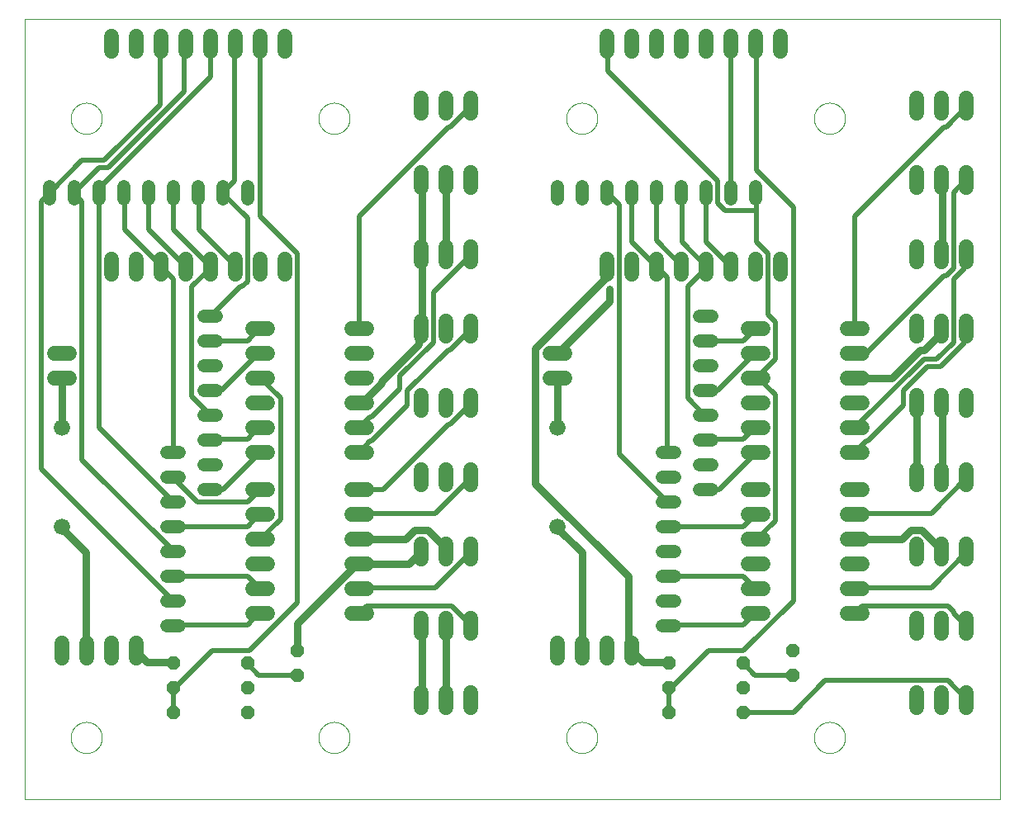
<source format=gtl>
G75*
%MOIN*%
%OFA0B0*%
%FSLAX25Y25*%
%IPPOS*%
%LPD*%
%AMOC8*
5,1,8,0,0,1.08239X$1,22.5*
%
%ADD10C,0.00000*%
%ADD11C,0.06600*%
%ADD12C,0.06000*%
%ADD13OC8,0.05200*%
%ADD14C,0.05200*%
%ADD15C,0.02000*%
%ADD16C,0.03000*%
%ADD17C,0.02381*%
D10*
X0001000Y0003000D02*
X0001000Y0317961D01*
X0394701Y0317961D01*
X0394701Y0003000D01*
X0001000Y0003000D01*
X0019701Y0028000D02*
X0019703Y0028158D01*
X0019709Y0028316D01*
X0019719Y0028474D01*
X0019733Y0028632D01*
X0019751Y0028789D01*
X0019772Y0028946D01*
X0019798Y0029102D01*
X0019828Y0029258D01*
X0019861Y0029413D01*
X0019899Y0029566D01*
X0019940Y0029719D01*
X0019985Y0029871D01*
X0020034Y0030022D01*
X0020087Y0030171D01*
X0020143Y0030319D01*
X0020203Y0030465D01*
X0020267Y0030610D01*
X0020335Y0030753D01*
X0020406Y0030895D01*
X0020480Y0031035D01*
X0020558Y0031172D01*
X0020640Y0031308D01*
X0020724Y0031442D01*
X0020813Y0031573D01*
X0020904Y0031702D01*
X0020999Y0031829D01*
X0021096Y0031954D01*
X0021197Y0032076D01*
X0021301Y0032195D01*
X0021408Y0032312D01*
X0021518Y0032426D01*
X0021631Y0032537D01*
X0021746Y0032646D01*
X0021864Y0032751D01*
X0021985Y0032853D01*
X0022108Y0032953D01*
X0022234Y0033049D01*
X0022362Y0033142D01*
X0022492Y0033232D01*
X0022625Y0033318D01*
X0022760Y0033402D01*
X0022896Y0033481D01*
X0023035Y0033558D01*
X0023176Y0033630D01*
X0023318Y0033700D01*
X0023462Y0033765D01*
X0023608Y0033827D01*
X0023755Y0033885D01*
X0023904Y0033940D01*
X0024054Y0033991D01*
X0024205Y0034038D01*
X0024357Y0034081D01*
X0024510Y0034120D01*
X0024665Y0034156D01*
X0024820Y0034187D01*
X0024976Y0034215D01*
X0025132Y0034239D01*
X0025289Y0034259D01*
X0025447Y0034275D01*
X0025604Y0034287D01*
X0025763Y0034295D01*
X0025921Y0034299D01*
X0026079Y0034299D01*
X0026237Y0034295D01*
X0026396Y0034287D01*
X0026553Y0034275D01*
X0026711Y0034259D01*
X0026868Y0034239D01*
X0027024Y0034215D01*
X0027180Y0034187D01*
X0027335Y0034156D01*
X0027490Y0034120D01*
X0027643Y0034081D01*
X0027795Y0034038D01*
X0027946Y0033991D01*
X0028096Y0033940D01*
X0028245Y0033885D01*
X0028392Y0033827D01*
X0028538Y0033765D01*
X0028682Y0033700D01*
X0028824Y0033630D01*
X0028965Y0033558D01*
X0029104Y0033481D01*
X0029240Y0033402D01*
X0029375Y0033318D01*
X0029508Y0033232D01*
X0029638Y0033142D01*
X0029766Y0033049D01*
X0029892Y0032953D01*
X0030015Y0032853D01*
X0030136Y0032751D01*
X0030254Y0032646D01*
X0030369Y0032537D01*
X0030482Y0032426D01*
X0030592Y0032312D01*
X0030699Y0032195D01*
X0030803Y0032076D01*
X0030904Y0031954D01*
X0031001Y0031829D01*
X0031096Y0031702D01*
X0031187Y0031573D01*
X0031276Y0031442D01*
X0031360Y0031308D01*
X0031442Y0031172D01*
X0031520Y0031035D01*
X0031594Y0030895D01*
X0031665Y0030753D01*
X0031733Y0030610D01*
X0031797Y0030465D01*
X0031857Y0030319D01*
X0031913Y0030171D01*
X0031966Y0030022D01*
X0032015Y0029871D01*
X0032060Y0029719D01*
X0032101Y0029566D01*
X0032139Y0029413D01*
X0032172Y0029258D01*
X0032202Y0029102D01*
X0032228Y0028946D01*
X0032249Y0028789D01*
X0032267Y0028632D01*
X0032281Y0028474D01*
X0032291Y0028316D01*
X0032297Y0028158D01*
X0032299Y0028000D01*
X0032297Y0027842D01*
X0032291Y0027684D01*
X0032281Y0027526D01*
X0032267Y0027368D01*
X0032249Y0027211D01*
X0032228Y0027054D01*
X0032202Y0026898D01*
X0032172Y0026742D01*
X0032139Y0026587D01*
X0032101Y0026434D01*
X0032060Y0026281D01*
X0032015Y0026129D01*
X0031966Y0025978D01*
X0031913Y0025829D01*
X0031857Y0025681D01*
X0031797Y0025535D01*
X0031733Y0025390D01*
X0031665Y0025247D01*
X0031594Y0025105D01*
X0031520Y0024965D01*
X0031442Y0024828D01*
X0031360Y0024692D01*
X0031276Y0024558D01*
X0031187Y0024427D01*
X0031096Y0024298D01*
X0031001Y0024171D01*
X0030904Y0024046D01*
X0030803Y0023924D01*
X0030699Y0023805D01*
X0030592Y0023688D01*
X0030482Y0023574D01*
X0030369Y0023463D01*
X0030254Y0023354D01*
X0030136Y0023249D01*
X0030015Y0023147D01*
X0029892Y0023047D01*
X0029766Y0022951D01*
X0029638Y0022858D01*
X0029508Y0022768D01*
X0029375Y0022682D01*
X0029240Y0022598D01*
X0029104Y0022519D01*
X0028965Y0022442D01*
X0028824Y0022370D01*
X0028682Y0022300D01*
X0028538Y0022235D01*
X0028392Y0022173D01*
X0028245Y0022115D01*
X0028096Y0022060D01*
X0027946Y0022009D01*
X0027795Y0021962D01*
X0027643Y0021919D01*
X0027490Y0021880D01*
X0027335Y0021844D01*
X0027180Y0021813D01*
X0027024Y0021785D01*
X0026868Y0021761D01*
X0026711Y0021741D01*
X0026553Y0021725D01*
X0026396Y0021713D01*
X0026237Y0021705D01*
X0026079Y0021701D01*
X0025921Y0021701D01*
X0025763Y0021705D01*
X0025604Y0021713D01*
X0025447Y0021725D01*
X0025289Y0021741D01*
X0025132Y0021761D01*
X0024976Y0021785D01*
X0024820Y0021813D01*
X0024665Y0021844D01*
X0024510Y0021880D01*
X0024357Y0021919D01*
X0024205Y0021962D01*
X0024054Y0022009D01*
X0023904Y0022060D01*
X0023755Y0022115D01*
X0023608Y0022173D01*
X0023462Y0022235D01*
X0023318Y0022300D01*
X0023176Y0022370D01*
X0023035Y0022442D01*
X0022896Y0022519D01*
X0022760Y0022598D01*
X0022625Y0022682D01*
X0022492Y0022768D01*
X0022362Y0022858D01*
X0022234Y0022951D01*
X0022108Y0023047D01*
X0021985Y0023147D01*
X0021864Y0023249D01*
X0021746Y0023354D01*
X0021631Y0023463D01*
X0021518Y0023574D01*
X0021408Y0023688D01*
X0021301Y0023805D01*
X0021197Y0023924D01*
X0021096Y0024046D01*
X0020999Y0024171D01*
X0020904Y0024298D01*
X0020813Y0024427D01*
X0020724Y0024558D01*
X0020640Y0024692D01*
X0020558Y0024828D01*
X0020480Y0024965D01*
X0020406Y0025105D01*
X0020335Y0025247D01*
X0020267Y0025390D01*
X0020203Y0025535D01*
X0020143Y0025681D01*
X0020087Y0025829D01*
X0020034Y0025978D01*
X0019985Y0026129D01*
X0019940Y0026281D01*
X0019899Y0026434D01*
X0019861Y0026587D01*
X0019828Y0026742D01*
X0019798Y0026898D01*
X0019772Y0027054D01*
X0019751Y0027211D01*
X0019733Y0027368D01*
X0019719Y0027526D01*
X0019709Y0027684D01*
X0019703Y0027842D01*
X0019701Y0028000D01*
X0119701Y0028000D02*
X0119703Y0028158D01*
X0119709Y0028316D01*
X0119719Y0028474D01*
X0119733Y0028632D01*
X0119751Y0028789D01*
X0119772Y0028946D01*
X0119798Y0029102D01*
X0119828Y0029258D01*
X0119861Y0029413D01*
X0119899Y0029566D01*
X0119940Y0029719D01*
X0119985Y0029871D01*
X0120034Y0030022D01*
X0120087Y0030171D01*
X0120143Y0030319D01*
X0120203Y0030465D01*
X0120267Y0030610D01*
X0120335Y0030753D01*
X0120406Y0030895D01*
X0120480Y0031035D01*
X0120558Y0031172D01*
X0120640Y0031308D01*
X0120724Y0031442D01*
X0120813Y0031573D01*
X0120904Y0031702D01*
X0120999Y0031829D01*
X0121096Y0031954D01*
X0121197Y0032076D01*
X0121301Y0032195D01*
X0121408Y0032312D01*
X0121518Y0032426D01*
X0121631Y0032537D01*
X0121746Y0032646D01*
X0121864Y0032751D01*
X0121985Y0032853D01*
X0122108Y0032953D01*
X0122234Y0033049D01*
X0122362Y0033142D01*
X0122492Y0033232D01*
X0122625Y0033318D01*
X0122760Y0033402D01*
X0122896Y0033481D01*
X0123035Y0033558D01*
X0123176Y0033630D01*
X0123318Y0033700D01*
X0123462Y0033765D01*
X0123608Y0033827D01*
X0123755Y0033885D01*
X0123904Y0033940D01*
X0124054Y0033991D01*
X0124205Y0034038D01*
X0124357Y0034081D01*
X0124510Y0034120D01*
X0124665Y0034156D01*
X0124820Y0034187D01*
X0124976Y0034215D01*
X0125132Y0034239D01*
X0125289Y0034259D01*
X0125447Y0034275D01*
X0125604Y0034287D01*
X0125763Y0034295D01*
X0125921Y0034299D01*
X0126079Y0034299D01*
X0126237Y0034295D01*
X0126396Y0034287D01*
X0126553Y0034275D01*
X0126711Y0034259D01*
X0126868Y0034239D01*
X0127024Y0034215D01*
X0127180Y0034187D01*
X0127335Y0034156D01*
X0127490Y0034120D01*
X0127643Y0034081D01*
X0127795Y0034038D01*
X0127946Y0033991D01*
X0128096Y0033940D01*
X0128245Y0033885D01*
X0128392Y0033827D01*
X0128538Y0033765D01*
X0128682Y0033700D01*
X0128824Y0033630D01*
X0128965Y0033558D01*
X0129104Y0033481D01*
X0129240Y0033402D01*
X0129375Y0033318D01*
X0129508Y0033232D01*
X0129638Y0033142D01*
X0129766Y0033049D01*
X0129892Y0032953D01*
X0130015Y0032853D01*
X0130136Y0032751D01*
X0130254Y0032646D01*
X0130369Y0032537D01*
X0130482Y0032426D01*
X0130592Y0032312D01*
X0130699Y0032195D01*
X0130803Y0032076D01*
X0130904Y0031954D01*
X0131001Y0031829D01*
X0131096Y0031702D01*
X0131187Y0031573D01*
X0131276Y0031442D01*
X0131360Y0031308D01*
X0131442Y0031172D01*
X0131520Y0031035D01*
X0131594Y0030895D01*
X0131665Y0030753D01*
X0131733Y0030610D01*
X0131797Y0030465D01*
X0131857Y0030319D01*
X0131913Y0030171D01*
X0131966Y0030022D01*
X0132015Y0029871D01*
X0132060Y0029719D01*
X0132101Y0029566D01*
X0132139Y0029413D01*
X0132172Y0029258D01*
X0132202Y0029102D01*
X0132228Y0028946D01*
X0132249Y0028789D01*
X0132267Y0028632D01*
X0132281Y0028474D01*
X0132291Y0028316D01*
X0132297Y0028158D01*
X0132299Y0028000D01*
X0132297Y0027842D01*
X0132291Y0027684D01*
X0132281Y0027526D01*
X0132267Y0027368D01*
X0132249Y0027211D01*
X0132228Y0027054D01*
X0132202Y0026898D01*
X0132172Y0026742D01*
X0132139Y0026587D01*
X0132101Y0026434D01*
X0132060Y0026281D01*
X0132015Y0026129D01*
X0131966Y0025978D01*
X0131913Y0025829D01*
X0131857Y0025681D01*
X0131797Y0025535D01*
X0131733Y0025390D01*
X0131665Y0025247D01*
X0131594Y0025105D01*
X0131520Y0024965D01*
X0131442Y0024828D01*
X0131360Y0024692D01*
X0131276Y0024558D01*
X0131187Y0024427D01*
X0131096Y0024298D01*
X0131001Y0024171D01*
X0130904Y0024046D01*
X0130803Y0023924D01*
X0130699Y0023805D01*
X0130592Y0023688D01*
X0130482Y0023574D01*
X0130369Y0023463D01*
X0130254Y0023354D01*
X0130136Y0023249D01*
X0130015Y0023147D01*
X0129892Y0023047D01*
X0129766Y0022951D01*
X0129638Y0022858D01*
X0129508Y0022768D01*
X0129375Y0022682D01*
X0129240Y0022598D01*
X0129104Y0022519D01*
X0128965Y0022442D01*
X0128824Y0022370D01*
X0128682Y0022300D01*
X0128538Y0022235D01*
X0128392Y0022173D01*
X0128245Y0022115D01*
X0128096Y0022060D01*
X0127946Y0022009D01*
X0127795Y0021962D01*
X0127643Y0021919D01*
X0127490Y0021880D01*
X0127335Y0021844D01*
X0127180Y0021813D01*
X0127024Y0021785D01*
X0126868Y0021761D01*
X0126711Y0021741D01*
X0126553Y0021725D01*
X0126396Y0021713D01*
X0126237Y0021705D01*
X0126079Y0021701D01*
X0125921Y0021701D01*
X0125763Y0021705D01*
X0125604Y0021713D01*
X0125447Y0021725D01*
X0125289Y0021741D01*
X0125132Y0021761D01*
X0124976Y0021785D01*
X0124820Y0021813D01*
X0124665Y0021844D01*
X0124510Y0021880D01*
X0124357Y0021919D01*
X0124205Y0021962D01*
X0124054Y0022009D01*
X0123904Y0022060D01*
X0123755Y0022115D01*
X0123608Y0022173D01*
X0123462Y0022235D01*
X0123318Y0022300D01*
X0123176Y0022370D01*
X0123035Y0022442D01*
X0122896Y0022519D01*
X0122760Y0022598D01*
X0122625Y0022682D01*
X0122492Y0022768D01*
X0122362Y0022858D01*
X0122234Y0022951D01*
X0122108Y0023047D01*
X0121985Y0023147D01*
X0121864Y0023249D01*
X0121746Y0023354D01*
X0121631Y0023463D01*
X0121518Y0023574D01*
X0121408Y0023688D01*
X0121301Y0023805D01*
X0121197Y0023924D01*
X0121096Y0024046D01*
X0120999Y0024171D01*
X0120904Y0024298D01*
X0120813Y0024427D01*
X0120724Y0024558D01*
X0120640Y0024692D01*
X0120558Y0024828D01*
X0120480Y0024965D01*
X0120406Y0025105D01*
X0120335Y0025247D01*
X0120267Y0025390D01*
X0120203Y0025535D01*
X0120143Y0025681D01*
X0120087Y0025829D01*
X0120034Y0025978D01*
X0119985Y0026129D01*
X0119940Y0026281D01*
X0119899Y0026434D01*
X0119861Y0026587D01*
X0119828Y0026742D01*
X0119798Y0026898D01*
X0119772Y0027054D01*
X0119751Y0027211D01*
X0119733Y0027368D01*
X0119719Y0027526D01*
X0119709Y0027684D01*
X0119703Y0027842D01*
X0119701Y0028000D01*
X0219701Y0028000D02*
X0219703Y0028158D01*
X0219709Y0028316D01*
X0219719Y0028474D01*
X0219733Y0028632D01*
X0219751Y0028789D01*
X0219772Y0028946D01*
X0219798Y0029102D01*
X0219828Y0029258D01*
X0219861Y0029413D01*
X0219899Y0029566D01*
X0219940Y0029719D01*
X0219985Y0029871D01*
X0220034Y0030022D01*
X0220087Y0030171D01*
X0220143Y0030319D01*
X0220203Y0030465D01*
X0220267Y0030610D01*
X0220335Y0030753D01*
X0220406Y0030895D01*
X0220480Y0031035D01*
X0220558Y0031172D01*
X0220640Y0031308D01*
X0220724Y0031442D01*
X0220813Y0031573D01*
X0220904Y0031702D01*
X0220999Y0031829D01*
X0221096Y0031954D01*
X0221197Y0032076D01*
X0221301Y0032195D01*
X0221408Y0032312D01*
X0221518Y0032426D01*
X0221631Y0032537D01*
X0221746Y0032646D01*
X0221864Y0032751D01*
X0221985Y0032853D01*
X0222108Y0032953D01*
X0222234Y0033049D01*
X0222362Y0033142D01*
X0222492Y0033232D01*
X0222625Y0033318D01*
X0222760Y0033402D01*
X0222896Y0033481D01*
X0223035Y0033558D01*
X0223176Y0033630D01*
X0223318Y0033700D01*
X0223462Y0033765D01*
X0223608Y0033827D01*
X0223755Y0033885D01*
X0223904Y0033940D01*
X0224054Y0033991D01*
X0224205Y0034038D01*
X0224357Y0034081D01*
X0224510Y0034120D01*
X0224665Y0034156D01*
X0224820Y0034187D01*
X0224976Y0034215D01*
X0225132Y0034239D01*
X0225289Y0034259D01*
X0225447Y0034275D01*
X0225604Y0034287D01*
X0225763Y0034295D01*
X0225921Y0034299D01*
X0226079Y0034299D01*
X0226237Y0034295D01*
X0226396Y0034287D01*
X0226553Y0034275D01*
X0226711Y0034259D01*
X0226868Y0034239D01*
X0227024Y0034215D01*
X0227180Y0034187D01*
X0227335Y0034156D01*
X0227490Y0034120D01*
X0227643Y0034081D01*
X0227795Y0034038D01*
X0227946Y0033991D01*
X0228096Y0033940D01*
X0228245Y0033885D01*
X0228392Y0033827D01*
X0228538Y0033765D01*
X0228682Y0033700D01*
X0228824Y0033630D01*
X0228965Y0033558D01*
X0229104Y0033481D01*
X0229240Y0033402D01*
X0229375Y0033318D01*
X0229508Y0033232D01*
X0229638Y0033142D01*
X0229766Y0033049D01*
X0229892Y0032953D01*
X0230015Y0032853D01*
X0230136Y0032751D01*
X0230254Y0032646D01*
X0230369Y0032537D01*
X0230482Y0032426D01*
X0230592Y0032312D01*
X0230699Y0032195D01*
X0230803Y0032076D01*
X0230904Y0031954D01*
X0231001Y0031829D01*
X0231096Y0031702D01*
X0231187Y0031573D01*
X0231276Y0031442D01*
X0231360Y0031308D01*
X0231442Y0031172D01*
X0231520Y0031035D01*
X0231594Y0030895D01*
X0231665Y0030753D01*
X0231733Y0030610D01*
X0231797Y0030465D01*
X0231857Y0030319D01*
X0231913Y0030171D01*
X0231966Y0030022D01*
X0232015Y0029871D01*
X0232060Y0029719D01*
X0232101Y0029566D01*
X0232139Y0029413D01*
X0232172Y0029258D01*
X0232202Y0029102D01*
X0232228Y0028946D01*
X0232249Y0028789D01*
X0232267Y0028632D01*
X0232281Y0028474D01*
X0232291Y0028316D01*
X0232297Y0028158D01*
X0232299Y0028000D01*
X0232297Y0027842D01*
X0232291Y0027684D01*
X0232281Y0027526D01*
X0232267Y0027368D01*
X0232249Y0027211D01*
X0232228Y0027054D01*
X0232202Y0026898D01*
X0232172Y0026742D01*
X0232139Y0026587D01*
X0232101Y0026434D01*
X0232060Y0026281D01*
X0232015Y0026129D01*
X0231966Y0025978D01*
X0231913Y0025829D01*
X0231857Y0025681D01*
X0231797Y0025535D01*
X0231733Y0025390D01*
X0231665Y0025247D01*
X0231594Y0025105D01*
X0231520Y0024965D01*
X0231442Y0024828D01*
X0231360Y0024692D01*
X0231276Y0024558D01*
X0231187Y0024427D01*
X0231096Y0024298D01*
X0231001Y0024171D01*
X0230904Y0024046D01*
X0230803Y0023924D01*
X0230699Y0023805D01*
X0230592Y0023688D01*
X0230482Y0023574D01*
X0230369Y0023463D01*
X0230254Y0023354D01*
X0230136Y0023249D01*
X0230015Y0023147D01*
X0229892Y0023047D01*
X0229766Y0022951D01*
X0229638Y0022858D01*
X0229508Y0022768D01*
X0229375Y0022682D01*
X0229240Y0022598D01*
X0229104Y0022519D01*
X0228965Y0022442D01*
X0228824Y0022370D01*
X0228682Y0022300D01*
X0228538Y0022235D01*
X0228392Y0022173D01*
X0228245Y0022115D01*
X0228096Y0022060D01*
X0227946Y0022009D01*
X0227795Y0021962D01*
X0227643Y0021919D01*
X0227490Y0021880D01*
X0227335Y0021844D01*
X0227180Y0021813D01*
X0227024Y0021785D01*
X0226868Y0021761D01*
X0226711Y0021741D01*
X0226553Y0021725D01*
X0226396Y0021713D01*
X0226237Y0021705D01*
X0226079Y0021701D01*
X0225921Y0021701D01*
X0225763Y0021705D01*
X0225604Y0021713D01*
X0225447Y0021725D01*
X0225289Y0021741D01*
X0225132Y0021761D01*
X0224976Y0021785D01*
X0224820Y0021813D01*
X0224665Y0021844D01*
X0224510Y0021880D01*
X0224357Y0021919D01*
X0224205Y0021962D01*
X0224054Y0022009D01*
X0223904Y0022060D01*
X0223755Y0022115D01*
X0223608Y0022173D01*
X0223462Y0022235D01*
X0223318Y0022300D01*
X0223176Y0022370D01*
X0223035Y0022442D01*
X0222896Y0022519D01*
X0222760Y0022598D01*
X0222625Y0022682D01*
X0222492Y0022768D01*
X0222362Y0022858D01*
X0222234Y0022951D01*
X0222108Y0023047D01*
X0221985Y0023147D01*
X0221864Y0023249D01*
X0221746Y0023354D01*
X0221631Y0023463D01*
X0221518Y0023574D01*
X0221408Y0023688D01*
X0221301Y0023805D01*
X0221197Y0023924D01*
X0221096Y0024046D01*
X0220999Y0024171D01*
X0220904Y0024298D01*
X0220813Y0024427D01*
X0220724Y0024558D01*
X0220640Y0024692D01*
X0220558Y0024828D01*
X0220480Y0024965D01*
X0220406Y0025105D01*
X0220335Y0025247D01*
X0220267Y0025390D01*
X0220203Y0025535D01*
X0220143Y0025681D01*
X0220087Y0025829D01*
X0220034Y0025978D01*
X0219985Y0026129D01*
X0219940Y0026281D01*
X0219899Y0026434D01*
X0219861Y0026587D01*
X0219828Y0026742D01*
X0219798Y0026898D01*
X0219772Y0027054D01*
X0219751Y0027211D01*
X0219733Y0027368D01*
X0219719Y0027526D01*
X0219709Y0027684D01*
X0219703Y0027842D01*
X0219701Y0028000D01*
X0319701Y0028000D02*
X0319703Y0028158D01*
X0319709Y0028316D01*
X0319719Y0028474D01*
X0319733Y0028632D01*
X0319751Y0028789D01*
X0319772Y0028946D01*
X0319798Y0029102D01*
X0319828Y0029258D01*
X0319861Y0029413D01*
X0319899Y0029566D01*
X0319940Y0029719D01*
X0319985Y0029871D01*
X0320034Y0030022D01*
X0320087Y0030171D01*
X0320143Y0030319D01*
X0320203Y0030465D01*
X0320267Y0030610D01*
X0320335Y0030753D01*
X0320406Y0030895D01*
X0320480Y0031035D01*
X0320558Y0031172D01*
X0320640Y0031308D01*
X0320724Y0031442D01*
X0320813Y0031573D01*
X0320904Y0031702D01*
X0320999Y0031829D01*
X0321096Y0031954D01*
X0321197Y0032076D01*
X0321301Y0032195D01*
X0321408Y0032312D01*
X0321518Y0032426D01*
X0321631Y0032537D01*
X0321746Y0032646D01*
X0321864Y0032751D01*
X0321985Y0032853D01*
X0322108Y0032953D01*
X0322234Y0033049D01*
X0322362Y0033142D01*
X0322492Y0033232D01*
X0322625Y0033318D01*
X0322760Y0033402D01*
X0322896Y0033481D01*
X0323035Y0033558D01*
X0323176Y0033630D01*
X0323318Y0033700D01*
X0323462Y0033765D01*
X0323608Y0033827D01*
X0323755Y0033885D01*
X0323904Y0033940D01*
X0324054Y0033991D01*
X0324205Y0034038D01*
X0324357Y0034081D01*
X0324510Y0034120D01*
X0324665Y0034156D01*
X0324820Y0034187D01*
X0324976Y0034215D01*
X0325132Y0034239D01*
X0325289Y0034259D01*
X0325447Y0034275D01*
X0325604Y0034287D01*
X0325763Y0034295D01*
X0325921Y0034299D01*
X0326079Y0034299D01*
X0326237Y0034295D01*
X0326396Y0034287D01*
X0326553Y0034275D01*
X0326711Y0034259D01*
X0326868Y0034239D01*
X0327024Y0034215D01*
X0327180Y0034187D01*
X0327335Y0034156D01*
X0327490Y0034120D01*
X0327643Y0034081D01*
X0327795Y0034038D01*
X0327946Y0033991D01*
X0328096Y0033940D01*
X0328245Y0033885D01*
X0328392Y0033827D01*
X0328538Y0033765D01*
X0328682Y0033700D01*
X0328824Y0033630D01*
X0328965Y0033558D01*
X0329104Y0033481D01*
X0329240Y0033402D01*
X0329375Y0033318D01*
X0329508Y0033232D01*
X0329638Y0033142D01*
X0329766Y0033049D01*
X0329892Y0032953D01*
X0330015Y0032853D01*
X0330136Y0032751D01*
X0330254Y0032646D01*
X0330369Y0032537D01*
X0330482Y0032426D01*
X0330592Y0032312D01*
X0330699Y0032195D01*
X0330803Y0032076D01*
X0330904Y0031954D01*
X0331001Y0031829D01*
X0331096Y0031702D01*
X0331187Y0031573D01*
X0331276Y0031442D01*
X0331360Y0031308D01*
X0331442Y0031172D01*
X0331520Y0031035D01*
X0331594Y0030895D01*
X0331665Y0030753D01*
X0331733Y0030610D01*
X0331797Y0030465D01*
X0331857Y0030319D01*
X0331913Y0030171D01*
X0331966Y0030022D01*
X0332015Y0029871D01*
X0332060Y0029719D01*
X0332101Y0029566D01*
X0332139Y0029413D01*
X0332172Y0029258D01*
X0332202Y0029102D01*
X0332228Y0028946D01*
X0332249Y0028789D01*
X0332267Y0028632D01*
X0332281Y0028474D01*
X0332291Y0028316D01*
X0332297Y0028158D01*
X0332299Y0028000D01*
X0332297Y0027842D01*
X0332291Y0027684D01*
X0332281Y0027526D01*
X0332267Y0027368D01*
X0332249Y0027211D01*
X0332228Y0027054D01*
X0332202Y0026898D01*
X0332172Y0026742D01*
X0332139Y0026587D01*
X0332101Y0026434D01*
X0332060Y0026281D01*
X0332015Y0026129D01*
X0331966Y0025978D01*
X0331913Y0025829D01*
X0331857Y0025681D01*
X0331797Y0025535D01*
X0331733Y0025390D01*
X0331665Y0025247D01*
X0331594Y0025105D01*
X0331520Y0024965D01*
X0331442Y0024828D01*
X0331360Y0024692D01*
X0331276Y0024558D01*
X0331187Y0024427D01*
X0331096Y0024298D01*
X0331001Y0024171D01*
X0330904Y0024046D01*
X0330803Y0023924D01*
X0330699Y0023805D01*
X0330592Y0023688D01*
X0330482Y0023574D01*
X0330369Y0023463D01*
X0330254Y0023354D01*
X0330136Y0023249D01*
X0330015Y0023147D01*
X0329892Y0023047D01*
X0329766Y0022951D01*
X0329638Y0022858D01*
X0329508Y0022768D01*
X0329375Y0022682D01*
X0329240Y0022598D01*
X0329104Y0022519D01*
X0328965Y0022442D01*
X0328824Y0022370D01*
X0328682Y0022300D01*
X0328538Y0022235D01*
X0328392Y0022173D01*
X0328245Y0022115D01*
X0328096Y0022060D01*
X0327946Y0022009D01*
X0327795Y0021962D01*
X0327643Y0021919D01*
X0327490Y0021880D01*
X0327335Y0021844D01*
X0327180Y0021813D01*
X0327024Y0021785D01*
X0326868Y0021761D01*
X0326711Y0021741D01*
X0326553Y0021725D01*
X0326396Y0021713D01*
X0326237Y0021705D01*
X0326079Y0021701D01*
X0325921Y0021701D01*
X0325763Y0021705D01*
X0325604Y0021713D01*
X0325447Y0021725D01*
X0325289Y0021741D01*
X0325132Y0021761D01*
X0324976Y0021785D01*
X0324820Y0021813D01*
X0324665Y0021844D01*
X0324510Y0021880D01*
X0324357Y0021919D01*
X0324205Y0021962D01*
X0324054Y0022009D01*
X0323904Y0022060D01*
X0323755Y0022115D01*
X0323608Y0022173D01*
X0323462Y0022235D01*
X0323318Y0022300D01*
X0323176Y0022370D01*
X0323035Y0022442D01*
X0322896Y0022519D01*
X0322760Y0022598D01*
X0322625Y0022682D01*
X0322492Y0022768D01*
X0322362Y0022858D01*
X0322234Y0022951D01*
X0322108Y0023047D01*
X0321985Y0023147D01*
X0321864Y0023249D01*
X0321746Y0023354D01*
X0321631Y0023463D01*
X0321518Y0023574D01*
X0321408Y0023688D01*
X0321301Y0023805D01*
X0321197Y0023924D01*
X0321096Y0024046D01*
X0320999Y0024171D01*
X0320904Y0024298D01*
X0320813Y0024427D01*
X0320724Y0024558D01*
X0320640Y0024692D01*
X0320558Y0024828D01*
X0320480Y0024965D01*
X0320406Y0025105D01*
X0320335Y0025247D01*
X0320267Y0025390D01*
X0320203Y0025535D01*
X0320143Y0025681D01*
X0320087Y0025829D01*
X0320034Y0025978D01*
X0319985Y0026129D01*
X0319940Y0026281D01*
X0319899Y0026434D01*
X0319861Y0026587D01*
X0319828Y0026742D01*
X0319798Y0026898D01*
X0319772Y0027054D01*
X0319751Y0027211D01*
X0319733Y0027368D01*
X0319719Y0027526D01*
X0319709Y0027684D01*
X0319703Y0027842D01*
X0319701Y0028000D01*
X0319701Y0278000D02*
X0319703Y0278158D01*
X0319709Y0278316D01*
X0319719Y0278474D01*
X0319733Y0278632D01*
X0319751Y0278789D01*
X0319772Y0278946D01*
X0319798Y0279102D01*
X0319828Y0279258D01*
X0319861Y0279413D01*
X0319899Y0279566D01*
X0319940Y0279719D01*
X0319985Y0279871D01*
X0320034Y0280022D01*
X0320087Y0280171D01*
X0320143Y0280319D01*
X0320203Y0280465D01*
X0320267Y0280610D01*
X0320335Y0280753D01*
X0320406Y0280895D01*
X0320480Y0281035D01*
X0320558Y0281172D01*
X0320640Y0281308D01*
X0320724Y0281442D01*
X0320813Y0281573D01*
X0320904Y0281702D01*
X0320999Y0281829D01*
X0321096Y0281954D01*
X0321197Y0282076D01*
X0321301Y0282195D01*
X0321408Y0282312D01*
X0321518Y0282426D01*
X0321631Y0282537D01*
X0321746Y0282646D01*
X0321864Y0282751D01*
X0321985Y0282853D01*
X0322108Y0282953D01*
X0322234Y0283049D01*
X0322362Y0283142D01*
X0322492Y0283232D01*
X0322625Y0283318D01*
X0322760Y0283402D01*
X0322896Y0283481D01*
X0323035Y0283558D01*
X0323176Y0283630D01*
X0323318Y0283700D01*
X0323462Y0283765D01*
X0323608Y0283827D01*
X0323755Y0283885D01*
X0323904Y0283940D01*
X0324054Y0283991D01*
X0324205Y0284038D01*
X0324357Y0284081D01*
X0324510Y0284120D01*
X0324665Y0284156D01*
X0324820Y0284187D01*
X0324976Y0284215D01*
X0325132Y0284239D01*
X0325289Y0284259D01*
X0325447Y0284275D01*
X0325604Y0284287D01*
X0325763Y0284295D01*
X0325921Y0284299D01*
X0326079Y0284299D01*
X0326237Y0284295D01*
X0326396Y0284287D01*
X0326553Y0284275D01*
X0326711Y0284259D01*
X0326868Y0284239D01*
X0327024Y0284215D01*
X0327180Y0284187D01*
X0327335Y0284156D01*
X0327490Y0284120D01*
X0327643Y0284081D01*
X0327795Y0284038D01*
X0327946Y0283991D01*
X0328096Y0283940D01*
X0328245Y0283885D01*
X0328392Y0283827D01*
X0328538Y0283765D01*
X0328682Y0283700D01*
X0328824Y0283630D01*
X0328965Y0283558D01*
X0329104Y0283481D01*
X0329240Y0283402D01*
X0329375Y0283318D01*
X0329508Y0283232D01*
X0329638Y0283142D01*
X0329766Y0283049D01*
X0329892Y0282953D01*
X0330015Y0282853D01*
X0330136Y0282751D01*
X0330254Y0282646D01*
X0330369Y0282537D01*
X0330482Y0282426D01*
X0330592Y0282312D01*
X0330699Y0282195D01*
X0330803Y0282076D01*
X0330904Y0281954D01*
X0331001Y0281829D01*
X0331096Y0281702D01*
X0331187Y0281573D01*
X0331276Y0281442D01*
X0331360Y0281308D01*
X0331442Y0281172D01*
X0331520Y0281035D01*
X0331594Y0280895D01*
X0331665Y0280753D01*
X0331733Y0280610D01*
X0331797Y0280465D01*
X0331857Y0280319D01*
X0331913Y0280171D01*
X0331966Y0280022D01*
X0332015Y0279871D01*
X0332060Y0279719D01*
X0332101Y0279566D01*
X0332139Y0279413D01*
X0332172Y0279258D01*
X0332202Y0279102D01*
X0332228Y0278946D01*
X0332249Y0278789D01*
X0332267Y0278632D01*
X0332281Y0278474D01*
X0332291Y0278316D01*
X0332297Y0278158D01*
X0332299Y0278000D01*
X0332297Y0277842D01*
X0332291Y0277684D01*
X0332281Y0277526D01*
X0332267Y0277368D01*
X0332249Y0277211D01*
X0332228Y0277054D01*
X0332202Y0276898D01*
X0332172Y0276742D01*
X0332139Y0276587D01*
X0332101Y0276434D01*
X0332060Y0276281D01*
X0332015Y0276129D01*
X0331966Y0275978D01*
X0331913Y0275829D01*
X0331857Y0275681D01*
X0331797Y0275535D01*
X0331733Y0275390D01*
X0331665Y0275247D01*
X0331594Y0275105D01*
X0331520Y0274965D01*
X0331442Y0274828D01*
X0331360Y0274692D01*
X0331276Y0274558D01*
X0331187Y0274427D01*
X0331096Y0274298D01*
X0331001Y0274171D01*
X0330904Y0274046D01*
X0330803Y0273924D01*
X0330699Y0273805D01*
X0330592Y0273688D01*
X0330482Y0273574D01*
X0330369Y0273463D01*
X0330254Y0273354D01*
X0330136Y0273249D01*
X0330015Y0273147D01*
X0329892Y0273047D01*
X0329766Y0272951D01*
X0329638Y0272858D01*
X0329508Y0272768D01*
X0329375Y0272682D01*
X0329240Y0272598D01*
X0329104Y0272519D01*
X0328965Y0272442D01*
X0328824Y0272370D01*
X0328682Y0272300D01*
X0328538Y0272235D01*
X0328392Y0272173D01*
X0328245Y0272115D01*
X0328096Y0272060D01*
X0327946Y0272009D01*
X0327795Y0271962D01*
X0327643Y0271919D01*
X0327490Y0271880D01*
X0327335Y0271844D01*
X0327180Y0271813D01*
X0327024Y0271785D01*
X0326868Y0271761D01*
X0326711Y0271741D01*
X0326553Y0271725D01*
X0326396Y0271713D01*
X0326237Y0271705D01*
X0326079Y0271701D01*
X0325921Y0271701D01*
X0325763Y0271705D01*
X0325604Y0271713D01*
X0325447Y0271725D01*
X0325289Y0271741D01*
X0325132Y0271761D01*
X0324976Y0271785D01*
X0324820Y0271813D01*
X0324665Y0271844D01*
X0324510Y0271880D01*
X0324357Y0271919D01*
X0324205Y0271962D01*
X0324054Y0272009D01*
X0323904Y0272060D01*
X0323755Y0272115D01*
X0323608Y0272173D01*
X0323462Y0272235D01*
X0323318Y0272300D01*
X0323176Y0272370D01*
X0323035Y0272442D01*
X0322896Y0272519D01*
X0322760Y0272598D01*
X0322625Y0272682D01*
X0322492Y0272768D01*
X0322362Y0272858D01*
X0322234Y0272951D01*
X0322108Y0273047D01*
X0321985Y0273147D01*
X0321864Y0273249D01*
X0321746Y0273354D01*
X0321631Y0273463D01*
X0321518Y0273574D01*
X0321408Y0273688D01*
X0321301Y0273805D01*
X0321197Y0273924D01*
X0321096Y0274046D01*
X0320999Y0274171D01*
X0320904Y0274298D01*
X0320813Y0274427D01*
X0320724Y0274558D01*
X0320640Y0274692D01*
X0320558Y0274828D01*
X0320480Y0274965D01*
X0320406Y0275105D01*
X0320335Y0275247D01*
X0320267Y0275390D01*
X0320203Y0275535D01*
X0320143Y0275681D01*
X0320087Y0275829D01*
X0320034Y0275978D01*
X0319985Y0276129D01*
X0319940Y0276281D01*
X0319899Y0276434D01*
X0319861Y0276587D01*
X0319828Y0276742D01*
X0319798Y0276898D01*
X0319772Y0277054D01*
X0319751Y0277211D01*
X0319733Y0277368D01*
X0319719Y0277526D01*
X0319709Y0277684D01*
X0319703Y0277842D01*
X0319701Y0278000D01*
X0219701Y0278000D02*
X0219703Y0278158D01*
X0219709Y0278316D01*
X0219719Y0278474D01*
X0219733Y0278632D01*
X0219751Y0278789D01*
X0219772Y0278946D01*
X0219798Y0279102D01*
X0219828Y0279258D01*
X0219861Y0279413D01*
X0219899Y0279566D01*
X0219940Y0279719D01*
X0219985Y0279871D01*
X0220034Y0280022D01*
X0220087Y0280171D01*
X0220143Y0280319D01*
X0220203Y0280465D01*
X0220267Y0280610D01*
X0220335Y0280753D01*
X0220406Y0280895D01*
X0220480Y0281035D01*
X0220558Y0281172D01*
X0220640Y0281308D01*
X0220724Y0281442D01*
X0220813Y0281573D01*
X0220904Y0281702D01*
X0220999Y0281829D01*
X0221096Y0281954D01*
X0221197Y0282076D01*
X0221301Y0282195D01*
X0221408Y0282312D01*
X0221518Y0282426D01*
X0221631Y0282537D01*
X0221746Y0282646D01*
X0221864Y0282751D01*
X0221985Y0282853D01*
X0222108Y0282953D01*
X0222234Y0283049D01*
X0222362Y0283142D01*
X0222492Y0283232D01*
X0222625Y0283318D01*
X0222760Y0283402D01*
X0222896Y0283481D01*
X0223035Y0283558D01*
X0223176Y0283630D01*
X0223318Y0283700D01*
X0223462Y0283765D01*
X0223608Y0283827D01*
X0223755Y0283885D01*
X0223904Y0283940D01*
X0224054Y0283991D01*
X0224205Y0284038D01*
X0224357Y0284081D01*
X0224510Y0284120D01*
X0224665Y0284156D01*
X0224820Y0284187D01*
X0224976Y0284215D01*
X0225132Y0284239D01*
X0225289Y0284259D01*
X0225447Y0284275D01*
X0225604Y0284287D01*
X0225763Y0284295D01*
X0225921Y0284299D01*
X0226079Y0284299D01*
X0226237Y0284295D01*
X0226396Y0284287D01*
X0226553Y0284275D01*
X0226711Y0284259D01*
X0226868Y0284239D01*
X0227024Y0284215D01*
X0227180Y0284187D01*
X0227335Y0284156D01*
X0227490Y0284120D01*
X0227643Y0284081D01*
X0227795Y0284038D01*
X0227946Y0283991D01*
X0228096Y0283940D01*
X0228245Y0283885D01*
X0228392Y0283827D01*
X0228538Y0283765D01*
X0228682Y0283700D01*
X0228824Y0283630D01*
X0228965Y0283558D01*
X0229104Y0283481D01*
X0229240Y0283402D01*
X0229375Y0283318D01*
X0229508Y0283232D01*
X0229638Y0283142D01*
X0229766Y0283049D01*
X0229892Y0282953D01*
X0230015Y0282853D01*
X0230136Y0282751D01*
X0230254Y0282646D01*
X0230369Y0282537D01*
X0230482Y0282426D01*
X0230592Y0282312D01*
X0230699Y0282195D01*
X0230803Y0282076D01*
X0230904Y0281954D01*
X0231001Y0281829D01*
X0231096Y0281702D01*
X0231187Y0281573D01*
X0231276Y0281442D01*
X0231360Y0281308D01*
X0231442Y0281172D01*
X0231520Y0281035D01*
X0231594Y0280895D01*
X0231665Y0280753D01*
X0231733Y0280610D01*
X0231797Y0280465D01*
X0231857Y0280319D01*
X0231913Y0280171D01*
X0231966Y0280022D01*
X0232015Y0279871D01*
X0232060Y0279719D01*
X0232101Y0279566D01*
X0232139Y0279413D01*
X0232172Y0279258D01*
X0232202Y0279102D01*
X0232228Y0278946D01*
X0232249Y0278789D01*
X0232267Y0278632D01*
X0232281Y0278474D01*
X0232291Y0278316D01*
X0232297Y0278158D01*
X0232299Y0278000D01*
X0232297Y0277842D01*
X0232291Y0277684D01*
X0232281Y0277526D01*
X0232267Y0277368D01*
X0232249Y0277211D01*
X0232228Y0277054D01*
X0232202Y0276898D01*
X0232172Y0276742D01*
X0232139Y0276587D01*
X0232101Y0276434D01*
X0232060Y0276281D01*
X0232015Y0276129D01*
X0231966Y0275978D01*
X0231913Y0275829D01*
X0231857Y0275681D01*
X0231797Y0275535D01*
X0231733Y0275390D01*
X0231665Y0275247D01*
X0231594Y0275105D01*
X0231520Y0274965D01*
X0231442Y0274828D01*
X0231360Y0274692D01*
X0231276Y0274558D01*
X0231187Y0274427D01*
X0231096Y0274298D01*
X0231001Y0274171D01*
X0230904Y0274046D01*
X0230803Y0273924D01*
X0230699Y0273805D01*
X0230592Y0273688D01*
X0230482Y0273574D01*
X0230369Y0273463D01*
X0230254Y0273354D01*
X0230136Y0273249D01*
X0230015Y0273147D01*
X0229892Y0273047D01*
X0229766Y0272951D01*
X0229638Y0272858D01*
X0229508Y0272768D01*
X0229375Y0272682D01*
X0229240Y0272598D01*
X0229104Y0272519D01*
X0228965Y0272442D01*
X0228824Y0272370D01*
X0228682Y0272300D01*
X0228538Y0272235D01*
X0228392Y0272173D01*
X0228245Y0272115D01*
X0228096Y0272060D01*
X0227946Y0272009D01*
X0227795Y0271962D01*
X0227643Y0271919D01*
X0227490Y0271880D01*
X0227335Y0271844D01*
X0227180Y0271813D01*
X0227024Y0271785D01*
X0226868Y0271761D01*
X0226711Y0271741D01*
X0226553Y0271725D01*
X0226396Y0271713D01*
X0226237Y0271705D01*
X0226079Y0271701D01*
X0225921Y0271701D01*
X0225763Y0271705D01*
X0225604Y0271713D01*
X0225447Y0271725D01*
X0225289Y0271741D01*
X0225132Y0271761D01*
X0224976Y0271785D01*
X0224820Y0271813D01*
X0224665Y0271844D01*
X0224510Y0271880D01*
X0224357Y0271919D01*
X0224205Y0271962D01*
X0224054Y0272009D01*
X0223904Y0272060D01*
X0223755Y0272115D01*
X0223608Y0272173D01*
X0223462Y0272235D01*
X0223318Y0272300D01*
X0223176Y0272370D01*
X0223035Y0272442D01*
X0222896Y0272519D01*
X0222760Y0272598D01*
X0222625Y0272682D01*
X0222492Y0272768D01*
X0222362Y0272858D01*
X0222234Y0272951D01*
X0222108Y0273047D01*
X0221985Y0273147D01*
X0221864Y0273249D01*
X0221746Y0273354D01*
X0221631Y0273463D01*
X0221518Y0273574D01*
X0221408Y0273688D01*
X0221301Y0273805D01*
X0221197Y0273924D01*
X0221096Y0274046D01*
X0220999Y0274171D01*
X0220904Y0274298D01*
X0220813Y0274427D01*
X0220724Y0274558D01*
X0220640Y0274692D01*
X0220558Y0274828D01*
X0220480Y0274965D01*
X0220406Y0275105D01*
X0220335Y0275247D01*
X0220267Y0275390D01*
X0220203Y0275535D01*
X0220143Y0275681D01*
X0220087Y0275829D01*
X0220034Y0275978D01*
X0219985Y0276129D01*
X0219940Y0276281D01*
X0219899Y0276434D01*
X0219861Y0276587D01*
X0219828Y0276742D01*
X0219798Y0276898D01*
X0219772Y0277054D01*
X0219751Y0277211D01*
X0219733Y0277368D01*
X0219719Y0277526D01*
X0219709Y0277684D01*
X0219703Y0277842D01*
X0219701Y0278000D01*
X0119701Y0278000D02*
X0119703Y0278158D01*
X0119709Y0278316D01*
X0119719Y0278474D01*
X0119733Y0278632D01*
X0119751Y0278789D01*
X0119772Y0278946D01*
X0119798Y0279102D01*
X0119828Y0279258D01*
X0119861Y0279413D01*
X0119899Y0279566D01*
X0119940Y0279719D01*
X0119985Y0279871D01*
X0120034Y0280022D01*
X0120087Y0280171D01*
X0120143Y0280319D01*
X0120203Y0280465D01*
X0120267Y0280610D01*
X0120335Y0280753D01*
X0120406Y0280895D01*
X0120480Y0281035D01*
X0120558Y0281172D01*
X0120640Y0281308D01*
X0120724Y0281442D01*
X0120813Y0281573D01*
X0120904Y0281702D01*
X0120999Y0281829D01*
X0121096Y0281954D01*
X0121197Y0282076D01*
X0121301Y0282195D01*
X0121408Y0282312D01*
X0121518Y0282426D01*
X0121631Y0282537D01*
X0121746Y0282646D01*
X0121864Y0282751D01*
X0121985Y0282853D01*
X0122108Y0282953D01*
X0122234Y0283049D01*
X0122362Y0283142D01*
X0122492Y0283232D01*
X0122625Y0283318D01*
X0122760Y0283402D01*
X0122896Y0283481D01*
X0123035Y0283558D01*
X0123176Y0283630D01*
X0123318Y0283700D01*
X0123462Y0283765D01*
X0123608Y0283827D01*
X0123755Y0283885D01*
X0123904Y0283940D01*
X0124054Y0283991D01*
X0124205Y0284038D01*
X0124357Y0284081D01*
X0124510Y0284120D01*
X0124665Y0284156D01*
X0124820Y0284187D01*
X0124976Y0284215D01*
X0125132Y0284239D01*
X0125289Y0284259D01*
X0125447Y0284275D01*
X0125604Y0284287D01*
X0125763Y0284295D01*
X0125921Y0284299D01*
X0126079Y0284299D01*
X0126237Y0284295D01*
X0126396Y0284287D01*
X0126553Y0284275D01*
X0126711Y0284259D01*
X0126868Y0284239D01*
X0127024Y0284215D01*
X0127180Y0284187D01*
X0127335Y0284156D01*
X0127490Y0284120D01*
X0127643Y0284081D01*
X0127795Y0284038D01*
X0127946Y0283991D01*
X0128096Y0283940D01*
X0128245Y0283885D01*
X0128392Y0283827D01*
X0128538Y0283765D01*
X0128682Y0283700D01*
X0128824Y0283630D01*
X0128965Y0283558D01*
X0129104Y0283481D01*
X0129240Y0283402D01*
X0129375Y0283318D01*
X0129508Y0283232D01*
X0129638Y0283142D01*
X0129766Y0283049D01*
X0129892Y0282953D01*
X0130015Y0282853D01*
X0130136Y0282751D01*
X0130254Y0282646D01*
X0130369Y0282537D01*
X0130482Y0282426D01*
X0130592Y0282312D01*
X0130699Y0282195D01*
X0130803Y0282076D01*
X0130904Y0281954D01*
X0131001Y0281829D01*
X0131096Y0281702D01*
X0131187Y0281573D01*
X0131276Y0281442D01*
X0131360Y0281308D01*
X0131442Y0281172D01*
X0131520Y0281035D01*
X0131594Y0280895D01*
X0131665Y0280753D01*
X0131733Y0280610D01*
X0131797Y0280465D01*
X0131857Y0280319D01*
X0131913Y0280171D01*
X0131966Y0280022D01*
X0132015Y0279871D01*
X0132060Y0279719D01*
X0132101Y0279566D01*
X0132139Y0279413D01*
X0132172Y0279258D01*
X0132202Y0279102D01*
X0132228Y0278946D01*
X0132249Y0278789D01*
X0132267Y0278632D01*
X0132281Y0278474D01*
X0132291Y0278316D01*
X0132297Y0278158D01*
X0132299Y0278000D01*
X0132297Y0277842D01*
X0132291Y0277684D01*
X0132281Y0277526D01*
X0132267Y0277368D01*
X0132249Y0277211D01*
X0132228Y0277054D01*
X0132202Y0276898D01*
X0132172Y0276742D01*
X0132139Y0276587D01*
X0132101Y0276434D01*
X0132060Y0276281D01*
X0132015Y0276129D01*
X0131966Y0275978D01*
X0131913Y0275829D01*
X0131857Y0275681D01*
X0131797Y0275535D01*
X0131733Y0275390D01*
X0131665Y0275247D01*
X0131594Y0275105D01*
X0131520Y0274965D01*
X0131442Y0274828D01*
X0131360Y0274692D01*
X0131276Y0274558D01*
X0131187Y0274427D01*
X0131096Y0274298D01*
X0131001Y0274171D01*
X0130904Y0274046D01*
X0130803Y0273924D01*
X0130699Y0273805D01*
X0130592Y0273688D01*
X0130482Y0273574D01*
X0130369Y0273463D01*
X0130254Y0273354D01*
X0130136Y0273249D01*
X0130015Y0273147D01*
X0129892Y0273047D01*
X0129766Y0272951D01*
X0129638Y0272858D01*
X0129508Y0272768D01*
X0129375Y0272682D01*
X0129240Y0272598D01*
X0129104Y0272519D01*
X0128965Y0272442D01*
X0128824Y0272370D01*
X0128682Y0272300D01*
X0128538Y0272235D01*
X0128392Y0272173D01*
X0128245Y0272115D01*
X0128096Y0272060D01*
X0127946Y0272009D01*
X0127795Y0271962D01*
X0127643Y0271919D01*
X0127490Y0271880D01*
X0127335Y0271844D01*
X0127180Y0271813D01*
X0127024Y0271785D01*
X0126868Y0271761D01*
X0126711Y0271741D01*
X0126553Y0271725D01*
X0126396Y0271713D01*
X0126237Y0271705D01*
X0126079Y0271701D01*
X0125921Y0271701D01*
X0125763Y0271705D01*
X0125604Y0271713D01*
X0125447Y0271725D01*
X0125289Y0271741D01*
X0125132Y0271761D01*
X0124976Y0271785D01*
X0124820Y0271813D01*
X0124665Y0271844D01*
X0124510Y0271880D01*
X0124357Y0271919D01*
X0124205Y0271962D01*
X0124054Y0272009D01*
X0123904Y0272060D01*
X0123755Y0272115D01*
X0123608Y0272173D01*
X0123462Y0272235D01*
X0123318Y0272300D01*
X0123176Y0272370D01*
X0123035Y0272442D01*
X0122896Y0272519D01*
X0122760Y0272598D01*
X0122625Y0272682D01*
X0122492Y0272768D01*
X0122362Y0272858D01*
X0122234Y0272951D01*
X0122108Y0273047D01*
X0121985Y0273147D01*
X0121864Y0273249D01*
X0121746Y0273354D01*
X0121631Y0273463D01*
X0121518Y0273574D01*
X0121408Y0273688D01*
X0121301Y0273805D01*
X0121197Y0273924D01*
X0121096Y0274046D01*
X0120999Y0274171D01*
X0120904Y0274298D01*
X0120813Y0274427D01*
X0120724Y0274558D01*
X0120640Y0274692D01*
X0120558Y0274828D01*
X0120480Y0274965D01*
X0120406Y0275105D01*
X0120335Y0275247D01*
X0120267Y0275390D01*
X0120203Y0275535D01*
X0120143Y0275681D01*
X0120087Y0275829D01*
X0120034Y0275978D01*
X0119985Y0276129D01*
X0119940Y0276281D01*
X0119899Y0276434D01*
X0119861Y0276587D01*
X0119828Y0276742D01*
X0119798Y0276898D01*
X0119772Y0277054D01*
X0119751Y0277211D01*
X0119733Y0277368D01*
X0119719Y0277526D01*
X0119709Y0277684D01*
X0119703Y0277842D01*
X0119701Y0278000D01*
X0019701Y0278000D02*
X0019703Y0278158D01*
X0019709Y0278316D01*
X0019719Y0278474D01*
X0019733Y0278632D01*
X0019751Y0278789D01*
X0019772Y0278946D01*
X0019798Y0279102D01*
X0019828Y0279258D01*
X0019861Y0279413D01*
X0019899Y0279566D01*
X0019940Y0279719D01*
X0019985Y0279871D01*
X0020034Y0280022D01*
X0020087Y0280171D01*
X0020143Y0280319D01*
X0020203Y0280465D01*
X0020267Y0280610D01*
X0020335Y0280753D01*
X0020406Y0280895D01*
X0020480Y0281035D01*
X0020558Y0281172D01*
X0020640Y0281308D01*
X0020724Y0281442D01*
X0020813Y0281573D01*
X0020904Y0281702D01*
X0020999Y0281829D01*
X0021096Y0281954D01*
X0021197Y0282076D01*
X0021301Y0282195D01*
X0021408Y0282312D01*
X0021518Y0282426D01*
X0021631Y0282537D01*
X0021746Y0282646D01*
X0021864Y0282751D01*
X0021985Y0282853D01*
X0022108Y0282953D01*
X0022234Y0283049D01*
X0022362Y0283142D01*
X0022492Y0283232D01*
X0022625Y0283318D01*
X0022760Y0283402D01*
X0022896Y0283481D01*
X0023035Y0283558D01*
X0023176Y0283630D01*
X0023318Y0283700D01*
X0023462Y0283765D01*
X0023608Y0283827D01*
X0023755Y0283885D01*
X0023904Y0283940D01*
X0024054Y0283991D01*
X0024205Y0284038D01*
X0024357Y0284081D01*
X0024510Y0284120D01*
X0024665Y0284156D01*
X0024820Y0284187D01*
X0024976Y0284215D01*
X0025132Y0284239D01*
X0025289Y0284259D01*
X0025447Y0284275D01*
X0025604Y0284287D01*
X0025763Y0284295D01*
X0025921Y0284299D01*
X0026079Y0284299D01*
X0026237Y0284295D01*
X0026396Y0284287D01*
X0026553Y0284275D01*
X0026711Y0284259D01*
X0026868Y0284239D01*
X0027024Y0284215D01*
X0027180Y0284187D01*
X0027335Y0284156D01*
X0027490Y0284120D01*
X0027643Y0284081D01*
X0027795Y0284038D01*
X0027946Y0283991D01*
X0028096Y0283940D01*
X0028245Y0283885D01*
X0028392Y0283827D01*
X0028538Y0283765D01*
X0028682Y0283700D01*
X0028824Y0283630D01*
X0028965Y0283558D01*
X0029104Y0283481D01*
X0029240Y0283402D01*
X0029375Y0283318D01*
X0029508Y0283232D01*
X0029638Y0283142D01*
X0029766Y0283049D01*
X0029892Y0282953D01*
X0030015Y0282853D01*
X0030136Y0282751D01*
X0030254Y0282646D01*
X0030369Y0282537D01*
X0030482Y0282426D01*
X0030592Y0282312D01*
X0030699Y0282195D01*
X0030803Y0282076D01*
X0030904Y0281954D01*
X0031001Y0281829D01*
X0031096Y0281702D01*
X0031187Y0281573D01*
X0031276Y0281442D01*
X0031360Y0281308D01*
X0031442Y0281172D01*
X0031520Y0281035D01*
X0031594Y0280895D01*
X0031665Y0280753D01*
X0031733Y0280610D01*
X0031797Y0280465D01*
X0031857Y0280319D01*
X0031913Y0280171D01*
X0031966Y0280022D01*
X0032015Y0279871D01*
X0032060Y0279719D01*
X0032101Y0279566D01*
X0032139Y0279413D01*
X0032172Y0279258D01*
X0032202Y0279102D01*
X0032228Y0278946D01*
X0032249Y0278789D01*
X0032267Y0278632D01*
X0032281Y0278474D01*
X0032291Y0278316D01*
X0032297Y0278158D01*
X0032299Y0278000D01*
X0032297Y0277842D01*
X0032291Y0277684D01*
X0032281Y0277526D01*
X0032267Y0277368D01*
X0032249Y0277211D01*
X0032228Y0277054D01*
X0032202Y0276898D01*
X0032172Y0276742D01*
X0032139Y0276587D01*
X0032101Y0276434D01*
X0032060Y0276281D01*
X0032015Y0276129D01*
X0031966Y0275978D01*
X0031913Y0275829D01*
X0031857Y0275681D01*
X0031797Y0275535D01*
X0031733Y0275390D01*
X0031665Y0275247D01*
X0031594Y0275105D01*
X0031520Y0274965D01*
X0031442Y0274828D01*
X0031360Y0274692D01*
X0031276Y0274558D01*
X0031187Y0274427D01*
X0031096Y0274298D01*
X0031001Y0274171D01*
X0030904Y0274046D01*
X0030803Y0273924D01*
X0030699Y0273805D01*
X0030592Y0273688D01*
X0030482Y0273574D01*
X0030369Y0273463D01*
X0030254Y0273354D01*
X0030136Y0273249D01*
X0030015Y0273147D01*
X0029892Y0273047D01*
X0029766Y0272951D01*
X0029638Y0272858D01*
X0029508Y0272768D01*
X0029375Y0272682D01*
X0029240Y0272598D01*
X0029104Y0272519D01*
X0028965Y0272442D01*
X0028824Y0272370D01*
X0028682Y0272300D01*
X0028538Y0272235D01*
X0028392Y0272173D01*
X0028245Y0272115D01*
X0028096Y0272060D01*
X0027946Y0272009D01*
X0027795Y0271962D01*
X0027643Y0271919D01*
X0027490Y0271880D01*
X0027335Y0271844D01*
X0027180Y0271813D01*
X0027024Y0271785D01*
X0026868Y0271761D01*
X0026711Y0271741D01*
X0026553Y0271725D01*
X0026396Y0271713D01*
X0026237Y0271705D01*
X0026079Y0271701D01*
X0025921Y0271701D01*
X0025763Y0271705D01*
X0025604Y0271713D01*
X0025447Y0271725D01*
X0025289Y0271741D01*
X0025132Y0271761D01*
X0024976Y0271785D01*
X0024820Y0271813D01*
X0024665Y0271844D01*
X0024510Y0271880D01*
X0024357Y0271919D01*
X0024205Y0271962D01*
X0024054Y0272009D01*
X0023904Y0272060D01*
X0023755Y0272115D01*
X0023608Y0272173D01*
X0023462Y0272235D01*
X0023318Y0272300D01*
X0023176Y0272370D01*
X0023035Y0272442D01*
X0022896Y0272519D01*
X0022760Y0272598D01*
X0022625Y0272682D01*
X0022492Y0272768D01*
X0022362Y0272858D01*
X0022234Y0272951D01*
X0022108Y0273047D01*
X0021985Y0273147D01*
X0021864Y0273249D01*
X0021746Y0273354D01*
X0021631Y0273463D01*
X0021518Y0273574D01*
X0021408Y0273688D01*
X0021301Y0273805D01*
X0021197Y0273924D01*
X0021096Y0274046D01*
X0020999Y0274171D01*
X0020904Y0274298D01*
X0020813Y0274427D01*
X0020724Y0274558D01*
X0020640Y0274692D01*
X0020558Y0274828D01*
X0020480Y0274965D01*
X0020406Y0275105D01*
X0020335Y0275247D01*
X0020267Y0275390D01*
X0020203Y0275535D01*
X0020143Y0275681D01*
X0020087Y0275829D01*
X0020034Y0275978D01*
X0019985Y0276129D01*
X0019940Y0276281D01*
X0019899Y0276434D01*
X0019861Y0276587D01*
X0019828Y0276742D01*
X0019798Y0276898D01*
X0019772Y0277054D01*
X0019751Y0277211D01*
X0019733Y0277368D01*
X0019719Y0277526D01*
X0019709Y0277684D01*
X0019703Y0277842D01*
X0019701Y0278000D01*
D11*
X0016000Y0153000D03*
X0016000Y0113000D03*
X0216000Y0113000D03*
X0216000Y0153000D03*
D12*
X0219000Y0173000D02*
X0213000Y0173000D01*
X0213000Y0183000D02*
X0219000Y0183000D01*
X0236000Y0215000D02*
X0236000Y0221000D01*
X0246000Y0221000D02*
X0246000Y0215000D01*
X0256000Y0215000D02*
X0256000Y0221000D01*
X0266000Y0221000D02*
X0266000Y0215000D01*
X0276000Y0215000D02*
X0276000Y0221000D01*
X0286000Y0221000D02*
X0286000Y0215000D01*
X0296000Y0215000D02*
X0296000Y0221000D01*
X0306000Y0221000D02*
X0306000Y0215000D01*
X0299000Y0193000D02*
X0293000Y0193000D01*
X0293000Y0183000D02*
X0299000Y0183000D01*
X0299000Y0173000D02*
X0293000Y0173000D01*
X0293000Y0163000D02*
X0299000Y0163000D01*
X0299000Y0153000D02*
X0293000Y0153000D01*
X0293000Y0143000D02*
X0299000Y0143000D01*
X0299000Y0128000D02*
X0293000Y0128000D01*
X0293000Y0118000D02*
X0299000Y0118000D01*
X0299000Y0108000D02*
X0293000Y0108000D01*
X0293000Y0098000D02*
X0299000Y0098000D01*
X0299000Y0088000D02*
X0293000Y0088000D01*
X0293000Y0078000D02*
X0299000Y0078000D01*
X0333000Y0078000D02*
X0339000Y0078000D01*
X0339000Y0088000D02*
X0333000Y0088000D01*
X0333000Y0098000D02*
X0339000Y0098000D01*
X0339000Y0108000D02*
X0333000Y0108000D01*
X0333000Y0118000D02*
X0339000Y0118000D01*
X0339000Y0128000D02*
X0333000Y0128000D01*
X0333000Y0143000D02*
X0339000Y0143000D01*
X0339000Y0153000D02*
X0333000Y0153000D01*
X0333000Y0163000D02*
X0339000Y0163000D01*
X0339000Y0173000D02*
X0333000Y0173000D01*
X0333000Y0183000D02*
X0339000Y0183000D01*
X0339000Y0193000D02*
X0333000Y0193000D01*
X0361000Y0196000D02*
X0361000Y0190000D01*
X0371000Y0190000D02*
X0371000Y0196000D01*
X0381000Y0196000D02*
X0381000Y0190000D01*
X0381000Y0166000D02*
X0381000Y0160000D01*
X0371000Y0160000D02*
X0371000Y0166000D01*
X0361000Y0166000D02*
X0361000Y0160000D01*
X0361000Y0136000D02*
X0361000Y0130000D01*
X0371000Y0130000D02*
X0371000Y0136000D01*
X0381000Y0136000D02*
X0381000Y0130000D01*
X0381000Y0106000D02*
X0381000Y0100000D01*
X0371000Y0100000D02*
X0371000Y0106000D01*
X0361000Y0106000D02*
X0361000Y0100000D01*
X0361000Y0076000D02*
X0361000Y0070000D01*
X0371000Y0070000D02*
X0371000Y0076000D01*
X0381000Y0076000D02*
X0381000Y0070000D01*
X0381000Y0046000D02*
X0381000Y0040000D01*
X0371000Y0040000D02*
X0371000Y0046000D01*
X0361000Y0046000D02*
X0361000Y0040000D01*
X0246000Y0060000D02*
X0246000Y0066000D01*
X0236000Y0066000D02*
X0236000Y0060000D01*
X0226000Y0060000D02*
X0226000Y0066000D01*
X0216000Y0066000D02*
X0216000Y0060000D01*
X0181000Y0070000D02*
X0181000Y0076000D01*
X0171000Y0076000D02*
X0171000Y0070000D01*
X0161000Y0070000D02*
X0161000Y0076000D01*
X0139000Y0078000D02*
X0133000Y0078000D01*
X0133000Y0088000D02*
X0139000Y0088000D01*
X0139000Y0098000D02*
X0133000Y0098000D01*
X0133000Y0108000D02*
X0139000Y0108000D01*
X0139000Y0118000D02*
X0133000Y0118000D01*
X0133000Y0128000D02*
X0139000Y0128000D01*
X0139000Y0143000D02*
X0133000Y0143000D01*
X0133000Y0153000D02*
X0139000Y0153000D01*
X0139000Y0163000D02*
X0133000Y0163000D01*
X0133000Y0173000D02*
X0139000Y0173000D01*
X0139000Y0183000D02*
X0133000Y0183000D01*
X0133000Y0193000D02*
X0139000Y0193000D01*
X0161000Y0196000D02*
X0161000Y0190000D01*
X0171000Y0190000D02*
X0171000Y0196000D01*
X0181000Y0196000D02*
X0181000Y0190000D01*
X0181000Y0166000D02*
X0181000Y0160000D01*
X0171000Y0160000D02*
X0171000Y0166000D01*
X0161000Y0166000D02*
X0161000Y0160000D01*
X0161000Y0136000D02*
X0161000Y0130000D01*
X0171000Y0130000D02*
X0171000Y0136000D01*
X0181000Y0136000D02*
X0181000Y0130000D01*
X0181000Y0106000D02*
X0181000Y0100000D01*
X0171000Y0100000D02*
X0171000Y0106000D01*
X0161000Y0106000D02*
X0161000Y0100000D01*
X0099000Y0098000D02*
X0093000Y0098000D01*
X0093000Y0088000D02*
X0099000Y0088000D01*
X0099000Y0078000D02*
X0093000Y0078000D01*
X0093000Y0108000D02*
X0099000Y0108000D01*
X0099000Y0118000D02*
X0093000Y0118000D01*
X0093000Y0128000D02*
X0099000Y0128000D01*
X0099000Y0143000D02*
X0093000Y0143000D01*
X0093000Y0153000D02*
X0099000Y0153000D01*
X0099000Y0163000D02*
X0093000Y0163000D01*
X0093000Y0173000D02*
X0099000Y0173000D01*
X0099000Y0183000D02*
X0093000Y0183000D01*
X0093000Y0193000D02*
X0099000Y0193000D01*
X0096000Y0215000D02*
X0096000Y0221000D01*
X0106000Y0221000D02*
X0106000Y0215000D01*
X0086000Y0215000D02*
X0086000Y0221000D01*
X0076000Y0221000D02*
X0076000Y0215000D01*
X0066000Y0215000D02*
X0066000Y0221000D01*
X0056000Y0221000D02*
X0056000Y0215000D01*
X0046000Y0215000D02*
X0046000Y0221000D01*
X0036000Y0221000D02*
X0036000Y0215000D01*
X0019000Y0183000D02*
X0013000Y0183000D01*
X0013000Y0173000D02*
X0019000Y0173000D01*
X0016000Y0066000D02*
X0016000Y0060000D01*
X0026000Y0060000D02*
X0026000Y0066000D01*
X0036000Y0066000D02*
X0036000Y0060000D01*
X0046000Y0060000D02*
X0046000Y0066000D01*
X0161000Y0046000D02*
X0161000Y0040000D01*
X0171000Y0040000D02*
X0171000Y0046000D01*
X0181000Y0046000D02*
X0181000Y0040000D01*
X0181000Y0220000D02*
X0181000Y0226000D01*
X0171000Y0226000D02*
X0171000Y0220000D01*
X0161000Y0220000D02*
X0161000Y0226000D01*
X0161000Y0250000D02*
X0161000Y0256000D01*
X0171000Y0256000D02*
X0171000Y0250000D01*
X0181000Y0250000D02*
X0181000Y0256000D01*
X0181000Y0280000D02*
X0181000Y0286000D01*
X0171000Y0286000D02*
X0171000Y0280000D01*
X0161000Y0280000D02*
X0161000Y0286000D01*
X0106000Y0305000D02*
X0106000Y0311000D01*
X0096000Y0311000D02*
X0096000Y0305000D01*
X0086000Y0305000D02*
X0086000Y0311000D01*
X0076000Y0311000D02*
X0076000Y0305000D01*
X0066000Y0305000D02*
X0066000Y0311000D01*
X0056000Y0311000D02*
X0056000Y0305000D01*
X0046000Y0305000D02*
X0046000Y0311000D01*
X0036000Y0311000D02*
X0036000Y0305000D01*
X0236000Y0305000D02*
X0236000Y0311000D01*
X0246000Y0311000D02*
X0246000Y0305000D01*
X0256000Y0305000D02*
X0256000Y0311000D01*
X0266000Y0311000D02*
X0266000Y0305000D01*
X0276000Y0305000D02*
X0276000Y0311000D01*
X0286000Y0311000D02*
X0286000Y0305000D01*
X0296000Y0305000D02*
X0296000Y0311000D01*
X0306000Y0311000D02*
X0306000Y0305000D01*
X0361000Y0286000D02*
X0361000Y0280000D01*
X0371000Y0280000D02*
X0371000Y0286000D01*
X0381000Y0286000D02*
X0381000Y0280000D01*
X0381000Y0256000D02*
X0381000Y0250000D01*
X0371000Y0250000D02*
X0371000Y0256000D01*
X0361000Y0256000D02*
X0361000Y0250000D01*
X0361000Y0226000D02*
X0361000Y0220000D01*
X0371000Y0220000D02*
X0371000Y0226000D01*
X0381000Y0226000D02*
X0381000Y0220000D01*
D13*
X0311000Y0063000D03*
X0311000Y0053000D03*
X0291000Y0048000D03*
X0291000Y0038000D03*
X0291000Y0058000D03*
X0261000Y0058000D03*
X0261000Y0048000D03*
X0261000Y0038000D03*
X0111000Y0053000D03*
X0111000Y0063000D03*
X0091000Y0058000D03*
X0091000Y0048000D03*
X0091000Y0038000D03*
X0061000Y0038000D03*
X0061000Y0048000D03*
X0061000Y0058000D03*
D14*
X0058400Y0073000D02*
X0063600Y0073000D01*
X0063600Y0083000D02*
X0058400Y0083000D01*
X0058400Y0093000D02*
X0063600Y0093000D01*
X0063600Y0103000D02*
X0058400Y0103000D01*
X0058400Y0113000D02*
X0063600Y0113000D01*
X0063600Y0123000D02*
X0058400Y0123000D01*
X0058400Y0133000D02*
X0063600Y0133000D01*
X0073400Y0128000D02*
X0078600Y0128000D01*
X0078600Y0138000D02*
X0073400Y0138000D01*
X0063600Y0143000D02*
X0058400Y0143000D01*
X0073400Y0148000D02*
X0078600Y0148000D01*
X0078600Y0158000D02*
X0073400Y0158000D01*
X0073400Y0168000D02*
X0078600Y0168000D01*
X0078600Y0178000D02*
X0073400Y0178000D01*
X0073400Y0188000D02*
X0078600Y0188000D01*
X0078600Y0198000D02*
X0073400Y0198000D01*
X0071000Y0245400D02*
X0071000Y0250600D01*
X0061000Y0250600D02*
X0061000Y0245400D01*
X0051000Y0245400D02*
X0051000Y0250600D01*
X0041000Y0250600D02*
X0041000Y0245400D01*
X0031000Y0245400D02*
X0031000Y0250600D01*
X0021000Y0250600D02*
X0021000Y0245400D01*
X0011000Y0245400D02*
X0011000Y0250600D01*
X0081000Y0250600D02*
X0081000Y0245400D01*
X0091000Y0245400D02*
X0091000Y0250600D01*
X0216000Y0250600D02*
X0216000Y0245400D01*
X0226000Y0245400D02*
X0226000Y0250600D01*
X0236000Y0250600D02*
X0236000Y0245400D01*
X0246000Y0245400D02*
X0246000Y0250600D01*
X0256000Y0250600D02*
X0256000Y0245400D01*
X0266000Y0245400D02*
X0266000Y0250600D01*
X0276000Y0250600D02*
X0276000Y0245400D01*
X0286000Y0245400D02*
X0286000Y0250600D01*
X0296000Y0250600D02*
X0296000Y0245400D01*
X0278600Y0198000D02*
X0273400Y0198000D01*
X0273400Y0188000D02*
X0278600Y0188000D01*
X0278600Y0178000D02*
X0273400Y0178000D01*
X0273400Y0168000D02*
X0278600Y0168000D01*
X0278600Y0158000D02*
X0273400Y0158000D01*
X0273400Y0148000D02*
X0278600Y0148000D01*
X0278600Y0138000D02*
X0273400Y0138000D01*
X0273400Y0128000D02*
X0278600Y0128000D01*
X0263600Y0123000D02*
X0258400Y0123000D01*
X0258400Y0113000D02*
X0263600Y0113000D01*
X0263600Y0103000D02*
X0258400Y0103000D01*
X0258400Y0093000D02*
X0263600Y0093000D01*
X0263600Y0083000D02*
X0258400Y0083000D01*
X0258400Y0073000D02*
X0263600Y0073000D01*
X0263600Y0133000D02*
X0258400Y0133000D01*
X0258400Y0143000D02*
X0263600Y0143000D01*
D15*
X0261000Y0143000D02*
X0260500Y0143250D01*
X0260500Y0213750D01*
X0256750Y0217500D01*
X0256000Y0218000D01*
X0256000Y0218250D01*
X0246250Y0228000D01*
X0246250Y0247500D01*
X0246000Y0248000D01*
X0241000Y0243000D02*
X0236000Y0248000D01*
X0241000Y0243000D02*
X0241000Y0142500D01*
X0260500Y0123000D01*
X0261000Y0123000D01*
X0261250Y0113250D02*
X0261000Y0113000D01*
X0261250Y0113250D02*
X0291250Y0113250D01*
X0296000Y0118000D01*
X0304000Y0115500D02*
X0304000Y0166500D01*
X0297250Y0173250D01*
X0296000Y0173000D01*
X0296500Y0173250D01*
X0304000Y0180750D01*
X0304000Y0195750D01*
X0301000Y0198750D01*
X0301000Y0223500D01*
X0296500Y0228000D01*
X0296500Y0240750D01*
X0283750Y0240750D01*
X0280750Y0243750D01*
X0280750Y0252750D01*
X0236500Y0297000D01*
X0236500Y0307500D01*
X0236000Y0308000D01*
X0286000Y0308000D02*
X0286000Y0248000D01*
X0296000Y0248000D02*
X0296500Y0247500D01*
X0296500Y0240750D01*
X0311500Y0242250D02*
X0311500Y0083250D01*
X0291250Y0063000D01*
X0277000Y0063000D01*
X0262000Y0048000D01*
X0261000Y0048000D01*
X0261250Y0048000D01*
X0261250Y0038250D01*
X0261000Y0038000D01*
X0291000Y0038000D02*
X0291250Y0038250D01*
X0311500Y0038250D01*
X0324250Y0051000D01*
X0373750Y0051000D01*
X0381250Y0043500D01*
X0381000Y0043000D01*
X0381000Y0073000D02*
X0376000Y0078000D01*
X0376000Y0078750D01*
X0373750Y0081000D01*
X0339250Y0081000D01*
X0336250Y0078000D01*
X0336000Y0078000D01*
X0336000Y0088000D02*
X0336250Y0088500D01*
X0367000Y0088500D01*
X0381250Y0102750D01*
X0381000Y0103000D01*
X0367000Y0118500D02*
X0381250Y0132750D01*
X0381000Y0133000D01*
X0367000Y0118500D02*
X0336250Y0118500D01*
X0336000Y0118000D01*
X0336000Y0143000D02*
X0340750Y0147750D01*
X0341500Y0147750D01*
X0355750Y0162000D01*
X0355750Y0168000D01*
X0365500Y0177750D01*
X0370750Y0177750D01*
X0380500Y0187500D01*
X0380500Y0192750D01*
X0381000Y0193000D01*
X0376000Y0187500D02*
X0376000Y0213000D01*
X0380500Y0217500D01*
X0380500Y0222750D01*
X0381000Y0223000D01*
X0376000Y0217500D02*
X0376000Y0248250D01*
X0380500Y0252750D01*
X0381000Y0253000D01*
X0373000Y0274500D02*
X0381250Y0282750D01*
X0381000Y0283000D01*
X0373000Y0274500D02*
X0372250Y0274500D01*
X0336250Y0238500D01*
X0336250Y0193500D01*
X0336000Y0193000D01*
X0336000Y0183000D02*
X0340750Y0183000D01*
X0372250Y0214500D01*
X0373000Y0214500D01*
X0376000Y0217500D01*
X0376000Y0187500D02*
X0369250Y0180750D01*
X0364000Y0180750D01*
X0336250Y0153000D01*
X0336000Y0153000D01*
X0296000Y0153000D02*
X0295750Y0153000D01*
X0291250Y0148500D01*
X0276250Y0148500D01*
X0276000Y0148000D01*
X0276000Y0158000D02*
X0275500Y0158250D01*
X0268750Y0165000D01*
X0268750Y0210000D01*
X0276250Y0217500D01*
X0276000Y0218000D01*
X0276250Y0218250D01*
X0266500Y0228000D01*
X0266500Y0247500D01*
X0266000Y0248000D01*
X0276000Y0248000D02*
X0276250Y0247500D01*
X0276250Y0228000D01*
X0286000Y0218250D01*
X0286000Y0218000D01*
X0266500Y0218250D02*
X0266000Y0218000D01*
X0266500Y0218250D02*
X0256000Y0228750D01*
X0256000Y0248000D01*
X0296500Y0257250D02*
X0311500Y0242250D01*
X0296500Y0257250D02*
X0296500Y0307500D01*
X0296000Y0308000D01*
X0181000Y0283000D02*
X0181000Y0282750D01*
X0172750Y0274500D01*
X0172000Y0274500D01*
X0136000Y0238500D01*
X0136000Y0193000D01*
X0152500Y0174000D02*
X0166000Y0187500D01*
X0166000Y0207750D01*
X0181000Y0222750D01*
X0181000Y0223000D01*
X0181000Y0193000D02*
X0181000Y0192750D01*
X0172750Y0184500D01*
X0172000Y0184500D01*
X0155500Y0168000D01*
X0155500Y0162000D01*
X0141250Y0147750D01*
X0140500Y0147750D01*
X0136000Y0143250D01*
X0136000Y0143000D01*
X0136000Y0153000D02*
X0140500Y0157500D01*
X0141250Y0157500D01*
X0152500Y0168750D01*
X0152500Y0174000D01*
X0172000Y0154500D02*
X0172750Y0154500D01*
X0181000Y0162750D01*
X0181000Y0163000D01*
X0172000Y0154500D02*
X0145750Y0128250D01*
X0136000Y0128250D01*
X0136000Y0128000D01*
X0136000Y0118500D02*
X0136000Y0118000D01*
X0136000Y0118500D02*
X0166750Y0118500D01*
X0181000Y0132750D01*
X0181000Y0133000D01*
X0181000Y0103000D02*
X0181000Y0102750D01*
X0166750Y0088500D01*
X0136000Y0088500D01*
X0136000Y0088000D01*
X0139000Y0081000D02*
X0136000Y0078000D01*
X0139000Y0081000D02*
X0173500Y0081000D01*
X0181000Y0073500D01*
X0181000Y0073000D01*
X0111250Y0082500D02*
X0091750Y0063000D01*
X0076750Y0063000D01*
X0061750Y0048000D01*
X0061000Y0048000D01*
X0061000Y0038000D01*
X0091000Y0057750D02*
X0091000Y0058000D01*
X0091000Y0057750D02*
X0095500Y0053250D01*
X0110500Y0053250D01*
X0111000Y0053000D01*
X0091000Y0073500D02*
X0095500Y0078000D01*
X0096000Y0078000D01*
X0091000Y0073500D02*
X0061000Y0073500D01*
X0061000Y0073000D01*
X0061000Y0083000D02*
X0061000Y0083250D01*
X0007750Y0136500D01*
X0007750Y0244500D01*
X0010750Y0247500D01*
X0011000Y0248000D01*
X0011500Y0248250D01*
X0024250Y0261000D01*
X0033250Y0261000D01*
X0055750Y0283500D01*
X0055750Y0307500D01*
X0056000Y0308000D01*
X0065500Y0307500D02*
X0066000Y0308000D01*
X0065500Y0307500D02*
X0065500Y0288750D01*
X0034750Y0258000D01*
X0031000Y0258000D01*
X0021000Y0248000D01*
X0021250Y0247500D01*
X0024250Y0244500D01*
X0024250Y0140250D01*
X0061000Y0103500D01*
X0061000Y0103000D01*
X0061000Y0113000D02*
X0061000Y0113250D01*
X0091000Y0113250D01*
X0095500Y0117750D01*
X0096000Y0118000D01*
X0091000Y0123000D02*
X0096000Y0128000D01*
X0091000Y0123000D02*
X0070750Y0123000D01*
X0061000Y0132750D01*
X0061000Y0133000D01*
X0061000Y0123000D02*
X0031000Y0153000D01*
X0031000Y0248000D01*
X0031000Y0249750D01*
X0076000Y0294750D01*
X0076000Y0308000D01*
X0085750Y0307500D02*
X0086000Y0308000D01*
X0085750Y0307500D02*
X0085750Y0252750D01*
X0081000Y0248000D01*
X0081250Y0247500D01*
X0091000Y0237750D01*
X0091000Y0212250D01*
X0088750Y0210000D01*
X0088000Y0210000D01*
X0076000Y0198000D01*
X0076000Y0188250D02*
X0076000Y0188000D01*
X0076000Y0188250D02*
X0091000Y0188250D01*
X0095500Y0192750D01*
X0096000Y0193000D01*
X0096000Y0183000D02*
X0095500Y0183000D01*
X0080500Y0168000D01*
X0076000Y0168000D01*
X0068500Y0165750D02*
X0068500Y0210000D01*
X0076000Y0217500D01*
X0076000Y0218000D01*
X0076000Y0218250D01*
X0061000Y0233250D01*
X0061000Y0248000D01*
X0071000Y0248000D02*
X0071500Y0247500D01*
X0071500Y0233250D01*
X0086500Y0218250D01*
X0086000Y0218000D01*
X0066250Y0218250D02*
X0066000Y0218000D01*
X0066250Y0218250D02*
X0051250Y0233250D01*
X0051250Y0247500D01*
X0051000Y0248000D01*
X0041500Y0247500D02*
X0041000Y0248000D01*
X0041500Y0247500D02*
X0041500Y0233250D01*
X0056500Y0218250D01*
X0056000Y0218000D01*
X0061000Y0213000D01*
X0061000Y0143000D01*
X0076000Y0148000D02*
X0076000Y0148500D01*
X0091000Y0148500D01*
X0095500Y0153000D01*
X0096000Y0153000D01*
X0096000Y0143000D02*
X0081250Y0128250D01*
X0076000Y0128250D01*
X0076000Y0128000D01*
X0096000Y0108000D02*
X0096250Y0108000D01*
X0104500Y0116250D01*
X0104500Y0165000D01*
X0096250Y0173250D01*
X0096000Y0173000D01*
X0076000Y0158250D02*
X0076000Y0158000D01*
X0076000Y0158250D02*
X0068500Y0165750D01*
X0111250Y0223500D02*
X0111250Y0082500D01*
X0096000Y0088000D02*
X0091000Y0093000D01*
X0061000Y0093000D01*
X0111250Y0223500D02*
X0096250Y0238500D01*
X0096250Y0307500D01*
X0096000Y0308000D01*
X0276000Y0188000D02*
X0276250Y0188250D01*
X0291250Y0188250D01*
X0296000Y0193000D01*
X0296000Y0183000D02*
X0295750Y0183000D01*
X0280750Y0168000D01*
X0276000Y0168000D01*
X0296000Y0143000D02*
X0295750Y0142500D01*
X0281500Y0128250D01*
X0276250Y0128250D01*
X0276000Y0128000D01*
X0296000Y0108000D02*
X0296500Y0108000D01*
X0304000Y0115500D01*
X0291250Y0093000D02*
X0295750Y0088500D01*
X0296000Y0088000D01*
X0291250Y0093000D02*
X0261000Y0093000D01*
X0261250Y0073500D02*
X0261000Y0073000D01*
X0261250Y0073500D02*
X0291250Y0073500D01*
X0295750Y0078000D01*
X0296000Y0078000D01*
X0291000Y0058000D02*
X0295750Y0053250D01*
X0310750Y0053250D01*
X0311000Y0053000D01*
D16*
X0261000Y0058000D02*
X0260500Y0058500D01*
X0250750Y0058500D01*
X0246250Y0063000D01*
X0246000Y0063000D01*
X0244750Y0063750D01*
X0244750Y0093000D01*
X0207250Y0130500D01*
X0207250Y0185250D01*
X0235750Y0213750D01*
X0235750Y0217500D01*
X0236000Y0218000D01*
X0237250Y0209250D02*
X0237250Y0204000D01*
X0216250Y0183000D01*
X0216000Y0183000D01*
X0216000Y0173000D02*
X0216250Y0172500D01*
X0216250Y0153000D01*
X0216000Y0153000D01*
X0216000Y0113000D02*
X0216250Y0112500D01*
X0226000Y0102750D01*
X0226000Y0063000D01*
X0171250Y0072750D02*
X0171250Y0043500D01*
X0171000Y0043000D01*
X0161500Y0043500D02*
X0161000Y0043000D01*
X0161500Y0043500D02*
X0161500Y0072750D01*
X0161000Y0073000D01*
X0171000Y0073000D02*
X0171250Y0072750D01*
X0156250Y0098250D02*
X0161000Y0103000D01*
X0154750Y0108000D02*
X0158500Y0111750D01*
X0163750Y0111750D01*
X0170500Y0105000D01*
X0170500Y0103500D01*
X0171000Y0103000D01*
X0156250Y0098250D02*
X0136000Y0098250D01*
X0136000Y0098000D01*
X0135250Y0098250D01*
X0111250Y0074250D01*
X0111250Y0063000D01*
X0111000Y0063000D01*
X0061000Y0058500D02*
X0061000Y0058000D01*
X0061000Y0058500D02*
X0050500Y0058500D01*
X0046000Y0063000D01*
X0026000Y0063000D02*
X0025750Y0063000D01*
X0025750Y0102750D01*
X0016000Y0112500D01*
X0016000Y0113000D01*
X0016000Y0153000D02*
X0016000Y0173000D01*
X0136000Y0163500D02*
X0136000Y0163000D01*
X0136000Y0163500D02*
X0137500Y0163500D01*
X0145000Y0171000D01*
X0145000Y0171750D01*
X0160000Y0186750D01*
X0160000Y0192000D01*
X0161000Y0193000D01*
X0161500Y0193500D01*
X0161500Y0222750D01*
X0161000Y0223000D01*
X0161500Y0224250D01*
X0161500Y0252750D01*
X0161000Y0253000D01*
X0171000Y0253000D02*
X0171250Y0252750D01*
X0171250Y0223500D01*
X0171000Y0223000D01*
X0154750Y0108000D02*
X0136000Y0108000D01*
X0336000Y0108000D02*
X0355000Y0108000D01*
X0358750Y0111750D01*
X0363250Y0111750D01*
X0371500Y0103500D01*
X0371000Y0103000D01*
X0371000Y0133000D02*
X0371500Y0133500D01*
X0371500Y0162750D01*
X0371000Y0163000D01*
X0361000Y0163000D02*
X0361000Y0133000D01*
X0351250Y0173250D02*
X0336250Y0173250D01*
X0336000Y0173000D01*
X0351250Y0173250D02*
X0362500Y0184500D01*
X0364000Y0184500D01*
X0370750Y0191250D01*
X0370750Y0192750D01*
X0371000Y0193000D01*
X0371000Y0223000D02*
X0371500Y0223500D01*
X0371500Y0252750D01*
X0371000Y0253000D01*
D17*
X0237250Y0209250D03*
M02*

</source>
